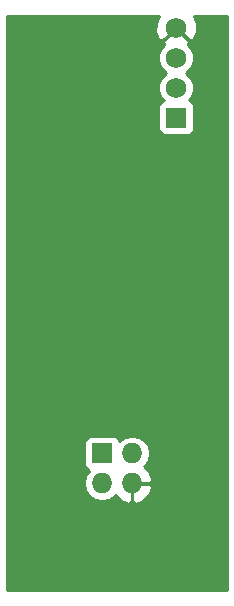
<source format=gbr>
%FSLAX36Y36*%
G04 Gerber Fmt 3.6, Leading zero omitted, Abs format (unit inch)*
G04 Created by KiCad (PCBNEW (2014-jul-16 BZR unknown)-product) date Sun 25 Jan 2015 06:12:40 PM PST*
%MOIN*%
G01*
G04 APERTURE LIST*
%ADD10C,0.003937*%
%ADD11R,0.068000X0.068000*%
%ADD12C,0.068000*%
%ADD13O,0.068000X0.068000*%
%ADD14C,0.010000*%
G04 APERTURE END LIST*
D10*
D11*
X4527559Y-2335039D03*
D12*
X4527559Y-2235039D03*
X4527559Y-2135039D03*
X4527559Y-2035039D03*
D11*
X4280709Y-3453937D03*
D13*
X4280709Y-3553937D03*
X4380709Y-3453937D03*
X4380709Y-3553937D03*
D14*
G36*
X4697441Y-3910039D02*
X4586569Y-3910039D01*
X4586569Y-2223355D01*
X4577606Y-2201662D01*
X4561024Y-2185051D01*
X4560987Y-2185036D01*
X4577548Y-2168504D01*
X4586549Y-2146827D01*
X4586569Y-2123355D01*
X4577606Y-2101662D01*
X4568157Y-2092197D01*
X4570405Y-2079300D01*
X4527559Y-2036454D01*
X4484713Y-2079300D01*
X4486962Y-2092200D01*
X4477570Y-2101575D01*
X4468569Y-2123252D01*
X4468549Y-2146724D01*
X4477512Y-2168417D01*
X4494095Y-2185028D01*
X4494131Y-2185043D01*
X4477570Y-2201575D01*
X4468569Y-2223252D01*
X4468549Y-2246724D01*
X4477512Y-2268417D01*
X4486135Y-2277055D01*
X4479398Y-2279845D01*
X4472365Y-2286878D01*
X4468559Y-2296067D01*
X4468559Y-2306012D01*
X4468559Y-2374012D01*
X4472365Y-2383201D01*
X4479398Y-2390233D01*
X4488586Y-2394039D01*
X4498532Y-2394039D01*
X4566532Y-2394039D01*
X4575720Y-2390233D01*
X4582753Y-2383201D01*
X4586559Y-2374012D01*
X4586559Y-2364067D01*
X4586559Y-2296067D01*
X4582753Y-2286878D01*
X4575720Y-2279845D01*
X4568982Y-2277054D01*
X4577548Y-2268504D01*
X4586549Y-2246827D01*
X4586569Y-2223355D01*
X4586569Y-3910039D01*
X4448696Y-3910039D01*
X4448696Y-3565718D01*
X4448696Y-3542156D01*
X4448029Y-3538803D01*
X4437113Y-3514193D01*
X4420088Y-3497992D01*
X4423584Y-3495656D01*
X4436373Y-3476515D01*
X4440865Y-3453937D01*
X4436373Y-3431359D01*
X4423584Y-3412218D01*
X4404443Y-3399428D01*
X4381865Y-3394937D01*
X4379553Y-3394937D01*
X4356974Y-3399428D01*
X4338411Y-3411832D01*
X4335903Y-3405776D01*
X4328870Y-3398743D01*
X4319681Y-3394937D01*
X4309736Y-3394937D01*
X4241736Y-3394937D01*
X4232547Y-3398743D01*
X4225515Y-3405776D01*
X4221709Y-3414964D01*
X4221709Y-3424910D01*
X4221709Y-3492910D01*
X4225515Y-3502098D01*
X4232547Y-3509131D01*
X4238662Y-3511664D01*
X4237834Y-3512218D01*
X4225044Y-3531359D01*
X4220553Y-3553937D01*
X4225044Y-3576515D01*
X4237834Y-3595656D01*
X4256974Y-3608446D01*
X4279553Y-3612937D01*
X4281865Y-3612937D01*
X4304443Y-3608446D01*
X4323584Y-3595656D01*
X4324671Y-3594030D01*
X4343807Y-3612241D01*
X4368928Y-3621924D01*
X4379709Y-3614180D01*
X4379709Y-3554937D01*
X4378921Y-3554937D01*
X4378921Y-3552937D01*
X4379709Y-3552937D01*
X4379709Y-3552150D01*
X4381709Y-3552150D01*
X4381709Y-3552937D01*
X4440950Y-3552937D01*
X4448696Y-3542156D01*
X4448696Y-3565718D01*
X4440950Y-3554937D01*
X4381709Y-3554937D01*
X4381709Y-3614180D01*
X4392489Y-3621924D01*
X4417610Y-3612241D01*
X4437113Y-3593681D01*
X4448029Y-3569071D01*
X4448696Y-3565718D01*
X4448696Y-3910039D01*
X3963976Y-3910039D01*
X3963976Y-1995472D01*
X4469630Y-1995472D01*
X4458925Y-2019590D01*
X4458237Y-2047031D01*
X4468103Y-2072647D01*
X4470061Y-2075578D01*
X4483299Y-2077886D01*
X4526145Y-2035039D01*
X4525588Y-2034483D01*
X4527002Y-2033068D01*
X4527559Y-2033625D01*
X4528116Y-2033068D01*
X4529530Y-2034483D01*
X4528973Y-2035039D01*
X4571819Y-2077886D01*
X4585057Y-2075578D01*
X4596194Y-2050489D01*
X4596881Y-2023047D01*
X4587015Y-1997432D01*
X4585706Y-1995472D01*
X4697441Y-1995472D01*
X4697441Y-3910039D01*
X4697441Y-3910039D01*
G37*
X4697441Y-3910039D02*
X4586569Y-3910039D01*
X4586569Y-2223355D01*
X4577606Y-2201662D01*
X4561024Y-2185051D01*
X4560987Y-2185036D01*
X4577548Y-2168504D01*
X4586549Y-2146827D01*
X4586569Y-2123355D01*
X4577606Y-2101662D01*
X4568157Y-2092197D01*
X4570405Y-2079300D01*
X4527559Y-2036454D01*
X4484713Y-2079300D01*
X4486962Y-2092200D01*
X4477570Y-2101575D01*
X4468569Y-2123252D01*
X4468549Y-2146724D01*
X4477512Y-2168417D01*
X4494095Y-2185028D01*
X4494131Y-2185043D01*
X4477570Y-2201575D01*
X4468569Y-2223252D01*
X4468549Y-2246724D01*
X4477512Y-2268417D01*
X4486135Y-2277055D01*
X4479398Y-2279845D01*
X4472365Y-2286878D01*
X4468559Y-2296067D01*
X4468559Y-2306012D01*
X4468559Y-2374012D01*
X4472365Y-2383201D01*
X4479398Y-2390233D01*
X4488586Y-2394039D01*
X4498532Y-2394039D01*
X4566532Y-2394039D01*
X4575720Y-2390233D01*
X4582753Y-2383201D01*
X4586559Y-2374012D01*
X4586559Y-2364067D01*
X4586559Y-2296067D01*
X4582753Y-2286878D01*
X4575720Y-2279845D01*
X4568982Y-2277054D01*
X4577548Y-2268504D01*
X4586549Y-2246827D01*
X4586569Y-2223355D01*
X4586569Y-3910039D01*
X4448696Y-3910039D01*
X4448696Y-3565718D01*
X4448696Y-3542156D01*
X4448029Y-3538803D01*
X4437113Y-3514193D01*
X4420088Y-3497992D01*
X4423584Y-3495656D01*
X4436373Y-3476515D01*
X4440865Y-3453937D01*
X4436373Y-3431359D01*
X4423584Y-3412218D01*
X4404443Y-3399428D01*
X4381865Y-3394937D01*
X4379553Y-3394937D01*
X4356974Y-3399428D01*
X4338411Y-3411832D01*
X4335903Y-3405776D01*
X4328870Y-3398743D01*
X4319681Y-3394937D01*
X4309736Y-3394937D01*
X4241736Y-3394937D01*
X4232547Y-3398743D01*
X4225515Y-3405776D01*
X4221709Y-3414964D01*
X4221709Y-3424910D01*
X4221709Y-3492910D01*
X4225515Y-3502098D01*
X4232547Y-3509131D01*
X4238662Y-3511664D01*
X4237834Y-3512218D01*
X4225044Y-3531359D01*
X4220553Y-3553937D01*
X4225044Y-3576515D01*
X4237834Y-3595656D01*
X4256974Y-3608446D01*
X4279553Y-3612937D01*
X4281865Y-3612937D01*
X4304443Y-3608446D01*
X4323584Y-3595656D01*
X4324671Y-3594030D01*
X4343807Y-3612241D01*
X4368928Y-3621924D01*
X4379709Y-3614180D01*
X4379709Y-3554937D01*
X4378921Y-3554937D01*
X4378921Y-3552937D01*
X4379709Y-3552937D01*
X4379709Y-3552150D01*
X4381709Y-3552150D01*
X4381709Y-3552937D01*
X4440950Y-3552937D01*
X4448696Y-3542156D01*
X4448696Y-3565718D01*
X4440950Y-3554937D01*
X4381709Y-3554937D01*
X4381709Y-3614180D01*
X4392489Y-3621924D01*
X4417610Y-3612241D01*
X4437113Y-3593681D01*
X4448029Y-3569071D01*
X4448696Y-3565718D01*
X4448696Y-3910039D01*
X3963976Y-3910039D01*
X3963976Y-1995472D01*
X4469630Y-1995472D01*
X4458925Y-2019590D01*
X4458237Y-2047031D01*
X4468103Y-2072647D01*
X4470061Y-2075578D01*
X4483299Y-2077886D01*
X4526145Y-2035039D01*
X4525588Y-2034483D01*
X4527002Y-2033068D01*
X4527559Y-2033625D01*
X4528116Y-2033068D01*
X4529530Y-2034483D01*
X4528973Y-2035039D01*
X4571819Y-2077886D01*
X4585057Y-2075578D01*
X4596194Y-2050489D01*
X4596881Y-2023047D01*
X4587015Y-1997432D01*
X4585706Y-1995472D01*
X4697441Y-1995472D01*
X4697441Y-3910039D01*
M02*

</source>
